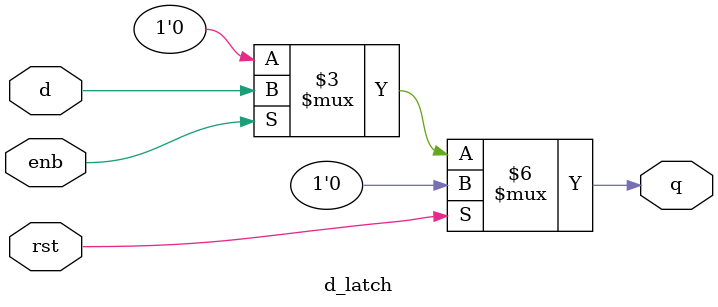
<source format=v>
module d_latch(d,enb,rst,q);
input d;
  input enb;
  input rst;
output reg q;

  always@(enb or rst or d)
	begin
      if(rst)
			q<=0;
		else if(enb)
			q<=d;
		else
			q<=0;
	end
endmodule

</source>
